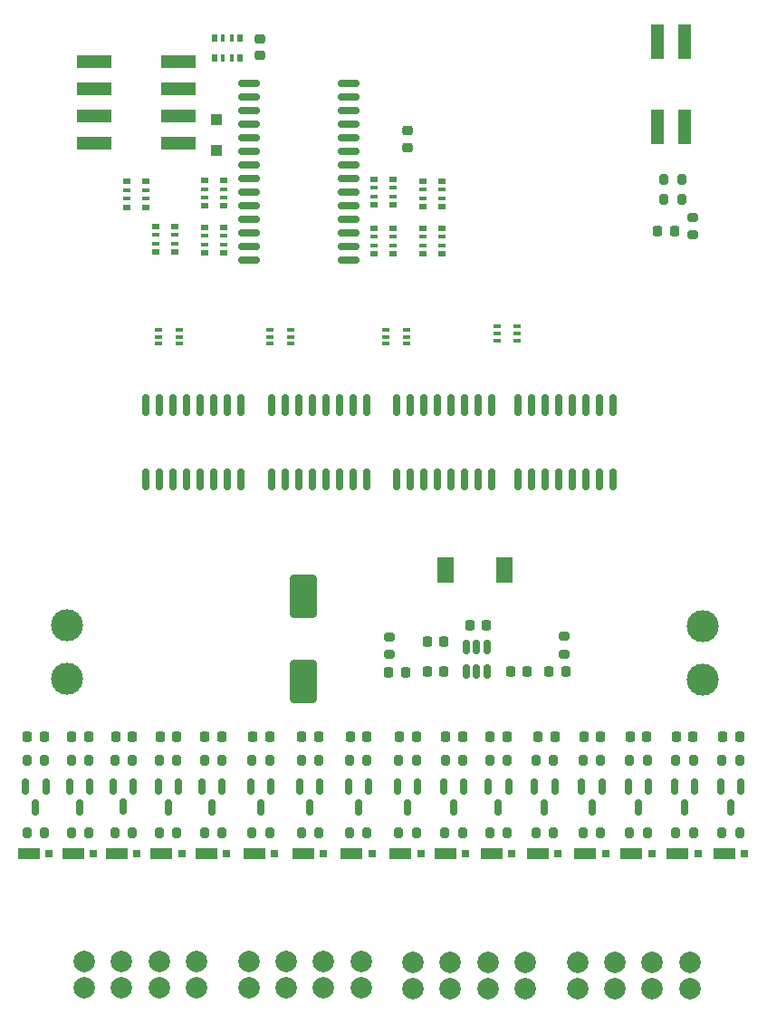
<source format=gtp>
G04 #@! TF.GenerationSoftware,KiCad,Pcbnew,(6.0.9)*
G04 #@! TF.CreationDate,2023-11-09T13:38:07+05:30*
G04 #@! TF.ProjectId,Modular-I2C-4PxRJ45-Relay-Driver,4d6f6475-6c61-4722-9d49-32432d345078,2*
G04 #@! TF.SameCoordinates,Original*
G04 #@! TF.FileFunction,Paste,Top*
G04 #@! TF.FilePolarity,Positive*
%FSLAX46Y46*%
G04 Gerber Fmt 4.6, Leading zero omitted, Abs format (unit mm)*
G04 Created by KiCad (PCBNEW (6.0.9)) date 2023-11-09 13:38:07*
%MOMM*%
%LPD*%
G01*
G04 APERTURE LIST*
G04 Aperture macros list*
%AMRoundRect*
0 Rectangle with rounded corners*
0 $1 Rounding radius*
0 $2 $3 $4 $5 $6 $7 $8 $9 X,Y pos of 4 corners*
0 Add a 4 corners polygon primitive as box body*
4,1,4,$2,$3,$4,$5,$6,$7,$8,$9,$2,$3,0*
0 Add four circle primitives for the rounded corners*
1,1,$1+$1,$2,$3*
1,1,$1+$1,$4,$5*
1,1,$1+$1,$6,$7*
1,1,$1+$1,$8,$9*
0 Add four rect primitives between the rounded corners*
20,1,$1+$1,$2,$3,$4,$5,0*
20,1,$1+$1,$4,$5,$6,$7,0*
20,1,$1+$1,$6,$7,$8,$9,0*
20,1,$1+$1,$8,$9,$2,$3,0*%
G04 Aperture macros list end*
%ADD10RoundRect,0.218750X0.218750X0.256250X-0.218750X0.256250X-0.218750X-0.256250X0.218750X-0.256250X0*%
%ADD11RoundRect,0.200000X-0.200000X-0.275000X0.200000X-0.275000X0.200000X0.275000X-0.200000X0.275000X0*%
%ADD12C,2.000000*%
%ADD13R,2.000000X1.100000*%
%ADD14R,0.800000X0.800000*%
%ADD15RoundRect,0.150000X-0.150000X0.837500X-0.150000X-0.837500X0.150000X-0.837500X0.150000X0.837500X0*%
%ADD16R,0.650000X0.400000*%
%ADD17RoundRect,0.150000X-0.150000X0.587500X-0.150000X-0.587500X0.150000X-0.587500X0.150000X0.587500X0*%
%ADD18C,3.000000*%
%ADD19R,0.800000X0.500000*%
%ADD20R,0.800000X0.400000*%
%ADD21RoundRect,0.200000X-0.275000X0.200000X-0.275000X-0.200000X0.275000X-0.200000X0.275000X0.200000X0*%
%ADD22RoundRect,0.218750X-0.218750X-0.256250X0.218750X-0.256250X0.218750X0.256250X-0.218750X0.256250X0*%
%ADD23RoundRect,0.225000X0.250000X-0.225000X0.250000X0.225000X-0.250000X0.225000X-0.250000X-0.225000X0*%
%ADD24R,0.500000X0.800000*%
%ADD25R,0.400000X0.800000*%
%ADD26RoundRect,0.225000X0.225000X0.250000X-0.225000X0.250000X-0.225000X-0.250000X0.225000X-0.250000X0*%
%ADD27RoundRect,0.200000X0.200000X0.275000X-0.200000X0.275000X-0.200000X-0.275000X0.200000X-0.275000X0*%
%ADD28RoundRect,0.150000X0.150000X-0.512500X0.150000X0.512500X-0.150000X0.512500X-0.150000X-0.512500X0*%
%ADD29RoundRect,0.225000X-0.225000X-0.250000X0.225000X-0.250000X0.225000X0.250000X-0.225000X0.250000X0*%
%ADD30R,1.500000X2.400000*%
%ADD31RoundRect,0.250000X1.000000X-1.750000X1.000000X1.750000X-1.000000X1.750000X-1.000000X-1.750000X0*%
%ADD32RoundRect,0.150000X0.875000X0.150000X-0.875000X0.150000X-0.875000X-0.150000X0.875000X-0.150000X0*%
%ADD33R,1.200000X3.300000*%
%ADD34R,3.300000X1.200000*%
%ADD35RoundRect,0.200000X0.275000X-0.200000X0.275000X0.200000X-0.275000X0.200000X-0.275000X-0.200000X0*%
%ADD36R,1.100000X1.100000*%
%ADD37RoundRect,0.225000X-0.250000X0.225000X-0.250000X-0.225000X0.250000X-0.225000X0.250000X0.225000X0*%
G04 APERTURE END LIST*
D10*
X138836500Y-88519000D03*
X137261500Y-88519000D03*
D11*
X150893000Y-97468400D03*
X152543000Y-97468400D03*
D12*
X121496000Y-109437300D03*
X121496000Y-111937300D03*
X124996000Y-109437300D03*
X124996000Y-111937300D03*
X128496000Y-109437300D03*
X128496000Y-111937300D03*
X131996000Y-109437300D03*
X131996000Y-111937300D03*
D13*
X141982150Y-99441000D03*
D14*
X143882150Y-99441000D03*
D12*
X136888400Y-109437300D03*
X136888400Y-111937300D03*
X140388400Y-109437300D03*
X140388400Y-111937300D03*
X143888400Y-109437300D03*
X143888400Y-111937300D03*
X147388400Y-109437300D03*
X147388400Y-111937300D03*
D13*
X159607000Y-99441000D03*
D14*
X161507000Y-99441000D03*
D15*
X159639000Y-57497500D03*
X158369000Y-57497500D03*
X157099000Y-57497500D03*
X155829000Y-57497500D03*
X154559000Y-57497500D03*
X153289000Y-57497500D03*
X152019000Y-57497500D03*
X150749000Y-57497500D03*
X150749000Y-64422500D03*
X152019000Y-64422500D03*
X153289000Y-64422500D03*
X154559000Y-64422500D03*
X155829000Y-64422500D03*
X157099000Y-64422500D03*
X158369000Y-64422500D03*
X159639000Y-64422500D03*
D10*
X182767300Y-88519000D03*
X181192300Y-88519000D03*
D16*
X128463000Y-50473800D03*
X128463000Y-51123800D03*
X128463000Y-51773800D03*
X130363000Y-51773800D03*
X130363000Y-51123800D03*
X130363000Y-50473800D03*
D15*
X147955000Y-57497500D03*
X146685000Y-57497500D03*
X145415000Y-57497500D03*
X144145000Y-57497500D03*
X142875000Y-57497500D03*
X141605000Y-57497500D03*
X140335000Y-57497500D03*
X139065000Y-57497500D03*
X139065000Y-64422500D03*
X140335000Y-64422500D03*
X141605000Y-64422500D03*
X142875000Y-64422500D03*
X144145000Y-64422500D03*
X145415000Y-64422500D03*
X146685000Y-64422500D03*
X147955000Y-64422500D03*
D13*
X168339300Y-99441000D03*
D14*
X170239300Y-99441000D03*
D10*
X156881800Y-88519000D03*
X155306800Y-88519000D03*
X166547900Y-82397600D03*
X164972900Y-82397600D03*
D11*
X146313500Y-90721700D03*
X147963500Y-90721700D03*
D17*
X130308500Y-93169500D03*
X128408500Y-93169500D03*
X129358500Y-95044500D03*
D16*
X160086000Y-50150000D03*
X160086000Y-50800000D03*
X160086000Y-51450000D03*
X161986000Y-51450000D03*
X161986000Y-50800000D03*
X161986000Y-50150000D03*
D11*
X128533500Y-97468400D03*
X130183500Y-97468400D03*
D10*
X134357000Y-88519000D03*
X132782000Y-88519000D03*
D11*
X159409500Y-97468400D03*
X161059500Y-97468400D03*
D10*
X147946000Y-88519000D03*
X146371000Y-88519000D03*
D11*
X159417000Y-90721700D03*
X161067000Y-90721700D03*
D17*
X126117500Y-93155262D03*
X124217500Y-93155262D03*
X125167500Y-95030262D03*
X169916800Y-93169500D03*
X168016800Y-93169500D03*
X168966800Y-95044500D03*
D10*
X169781800Y-88519000D03*
X168206800Y-88519000D03*
X178441000Y-88519000D03*
X176866000Y-88519000D03*
D18*
X179367900Y-83133800D03*
X179367900Y-78135800D03*
D19*
X128182800Y-40811600D03*
D20*
X128182800Y-41611600D03*
X128182800Y-42411600D03*
D19*
X128182800Y-43211600D03*
X129982800Y-43211600D03*
D20*
X129982800Y-42411600D03*
X129982800Y-41611600D03*
D19*
X129982800Y-40811600D03*
D21*
X166420800Y-79083400D03*
X166420800Y-80733400D03*
D22*
X149986900Y-82448400D03*
X151561900Y-82448400D03*
D23*
X137922000Y-24847800D03*
X137922000Y-23297800D03*
D24*
X136074000Y-23230000D03*
D25*
X135274000Y-23230000D03*
X134474000Y-23230000D03*
D24*
X133674000Y-23230000D03*
X133674000Y-25030000D03*
D25*
X134474000Y-25030000D03*
X135274000Y-25030000D03*
D24*
X136074000Y-25030000D03*
D13*
X172680500Y-99441000D03*
D14*
X174580500Y-99441000D03*
D26*
X162928600Y-82397600D03*
X161378600Y-82397600D03*
D27*
X177348350Y-36396300D03*
X175698350Y-36396300D03*
D11*
X155249300Y-90721700D03*
X156899300Y-90721700D03*
D10*
X143408500Y-88519000D03*
X141833500Y-88519000D03*
D19*
X125490400Y-36595200D03*
D20*
X125490400Y-37395200D03*
X125490400Y-38195200D03*
D19*
X125490400Y-38995200D03*
X127290400Y-38995200D03*
D20*
X127290400Y-38195200D03*
X127290400Y-37395200D03*
D19*
X127290400Y-36595200D03*
D28*
X157241200Y-82404500D03*
X158191200Y-82404500D03*
X159141200Y-82404500D03*
X159141200Y-80129500D03*
X158191200Y-80129500D03*
X157241200Y-80129500D03*
D13*
X124540000Y-99441000D03*
D14*
X126440000Y-99441000D03*
D11*
X155241800Y-97468400D03*
X156891800Y-97468400D03*
D29*
X153606200Y-79616000D03*
X155156200Y-79616000D03*
X153593200Y-82410000D03*
X155143200Y-82410000D03*
D11*
X124342500Y-90721700D03*
X125992500Y-90721700D03*
D16*
X149731350Y-50458800D03*
X149731350Y-51108800D03*
X149731350Y-51758800D03*
X151631350Y-51758800D03*
X151631350Y-51108800D03*
X151631350Y-50458800D03*
D11*
X137210500Y-97468400D03*
X138860500Y-97468400D03*
D10*
X126009500Y-88519000D03*
X124434500Y-88519000D03*
D19*
X132754800Y-36502800D03*
D20*
X132754800Y-37302800D03*
X132754800Y-38102800D03*
D19*
X132754800Y-38902800D03*
X134554800Y-38902800D03*
D20*
X134554800Y-38102800D03*
X134554800Y-37302800D03*
D19*
X134554800Y-36502800D03*
D15*
X136144000Y-57497500D03*
X134874000Y-57497500D03*
X133604000Y-57497500D03*
X132334000Y-57497500D03*
X131064000Y-57497500D03*
X129794000Y-57497500D03*
X128524000Y-57497500D03*
X127254000Y-57497500D03*
X127254000Y-64422500D03*
X128524000Y-64422500D03*
X129794000Y-64422500D03*
X131064000Y-64422500D03*
X132334000Y-64422500D03*
X133604000Y-64422500D03*
X134874000Y-64422500D03*
X136144000Y-64422500D03*
D17*
X148088500Y-93169500D03*
X146188500Y-93169500D03*
X147138500Y-95044500D03*
D11*
X116142000Y-90721700D03*
X117792000Y-90721700D03*
X124342500Y-97468400D03*
X125992500Y-97468400D03*
D10*
X161049500Y-88519000D03*
X159474500Y-88519000D03*
X174123000Y-88519000D03*
X172548000Y-88519000D03*
D30*
X160801200Y-72885000D03*
X155301200Y-72885000D03*
D11*
X128533500Y-90721700D03*
X130183500Y-90721700D03*
X141784650Y-97468400D03*
X143434650Y-97468400D03*
D13*
X132922000Y-99441000D03*
D14*
X134822000Y-99441000D03*
D10*
X121911000Y-88519000D03*
X120336000Y-88519000D03*
D11*
X176808500Y-90721700D03*
X178458500Y-90721700D03*
X181127300Y-97468400D03*
X182777300Y-97468400D03*
D31*
X141986000Y-83349600D03*
X141986000Y-75349600D03*
D19*
X150379000Y-38792000D03*
D20*
X150379000Y-37992000D03*
X150379000Y-37192000D03*
D19*
X150379000Y-36392000D03*
X148579000Y-36392000D03*
D20*
X148579000Y-37192000D03*
X148579000Y-37992000D03*
D19*
X148579000Y-38792000D03*
D11*
X132724500Y-97468400D03*
X134374500Y-97468400D03*
X146313500Y-97468400D03*
X147963500Y-97468400D03*
X137210500Y-90721700D03*
X138860500Y-90721700D03*
D27*
X177348350Y-38301300D03*
X175698350Y-38301300D03*
D10*
X152552500Y-88519000D03*
X150977500Y-88519000D03*
D17*
X178576000Y-93169500D03*
X176676000Y-93169500D03*
X177626000Y-95044500D03*
D10*
X117774500Y-88519000D03*
X116199500Y-88519000D03*
X176682500Y-41275000D03*
X175107500Y-41275000D03*
D11*
X163720000Y-97468400D03*
X165370000Y-97468400D03*
X168141800Y-97468400D03*
X169791800Y-97468400D03*
X172490500Y-90721700D03*
X174140500Y-90721700D03*
D13*
X146511000Y-99441000D03*
D14*
X148411000Y-99441000D03*
D11*
X163727500Y-90721700D03*
X165377500Y-90721700D03*
D19*
X154976400Y-38944400D03*
D20*
X154976400Y-38144400D03*
X154976400Y-37344400D03*
D19*
X154976400Y-36544400D03*
X153176400Y-36544400D03*
D20*
X153176400Y-37344400D03*
X153176400Y-38144400D03*
D19*
X153176400Y-38944400D03*
D13*
X176998500Y-99441000D03*
D14*
X178898500Y-99441000D03*
D13*
X155290500Y-99441000D03*
D14*
X157190500Y-99441000D03*
D17*
X143559650Y-93169500D03*
X141659650Y-93169500D03*
X142609650Y-95044500D03*
D13*
X120476000Y-99441000D03*
D14*
X122376000Y-99441000D03*
D11*
X181134800Y-90721700D03*
X182784800Y-90721700D03*
D17*
X161184500Y-93169500D03*
X159284500Y-93169500D03*
X160234500Y-95044500D03*
D32*
X146255000Y-43942000D03*
X146255000Y-42672000D03*
X146255000Y-41402000D03*
X146255000Y-40132000D03*
X146255000Y-38862000D03*
X146255000Y-37592000D03*
X146255000Y-36322000D03*
X146255000Y-35052000D03*
X146255000Y-33782000D03*
X146255000Y-32512000D03*
X146255000Y-31242000D03*
X146255000Y-29972000D03*
X146255000Y-28702000D03*
X146255000Y-27432000D03*
X136955000Y-27432000D03*
X136955000Y-28702000D03*
X136955000Y-29972000D03*
X136955000Y-31242000D03*
X136955000Y-32512000D03*
X136955000Y-33782000D03*
X136955000Y-35052000D03*
X136955000Y-36322000D03*
X136955000Y-37592000D03*
X136955000Y-38862000D03*
X136955000Y-40132000D03*
X136955000Y-41402000D03*
X136955000Y-42672000D03*
X136955000Y-43942000D03*
D13*
X128731000Y-99441000D03*
D14*
X130631000Y-99441000D03*
D11*
X141784650Y-90721700D03*
X143434650Y-90721700D03*
X150900500Y-90721700D03*
X152550500Y-90721700D03*
D17*
X157016800Y-93169500D03*
X155116800Y-93169500D03*
X156066800Y-95044500D03*
D19*
X154976400Y-43364000D03*
D20*
X154976400Y-42564000D03*
X154976400Y-41764000D03*
D19*
X154976400Y-40964000D03*
X153176400Y-40964000D03*
D20*
X153176400Y-41764000D03*
X153176400Y-42564000D03*
D19*
X153176400Y-43364000D03*
D12*
X167622400Y-109538900D03*
X167622400Y-112038900D03*
X171122400Y-109538900D03*
X171122400Y-112038900D03*
X174622400Y-109538900D03*
X174622400Y-112038900D03*
X178122400Y-109538900D03*
X178122400Y-112038900D03*
X152230000Y-109538900D03*
X152230000Y-112038900D03*
X155730000Y-109538900D03*
X155730000Y-112038900D03*
X159230000Y-109538900D03*
X159230000Y-112038900D03*
X162730000Y-109538900D03*
X162730000Y-112038900D03*
D19*
X150379000Y-43364000D03*
D20*
X150379000Y-42564000D03*
X150379000Y-41764000D03*
D19*
X150379000Y-40964000D03*
X148579000Y-40964000D03*
D20*
X148579000Y-41764000D03*
X148579000Y-42564000D03*
D19*
X148579000Y-43364000D03*
D17*
X122053500Y-93169500D03*
X120153500Y-93169500D03*
X121103500Y-95044500D03*
X152668000Y-93169500D03*
X150768000Y-93169500D03*
X151718000Y-95044500D03*
X138985500Y-93169500D03*
X137085500Y-93169500D03*
X138035500Y-95044500D03*
D11*
X132724500Y-90721700D03*
X134374500Y-90721700D03*
X116142000Y-97468400D03*
X117792000Y-97468400D03*
D18*
X119938800Y-78069800D03*
X119938800Y-83067800D03*
D11*
X120278500Y-90721700D03*
X121928500Y-90721700D03*
D33*
X175133000Y-31456300D03*
X177673000Y-31456300D03*
X177673000Y-23556300D03*
X175133000Y-23556300D03*
D15*
X170942000Y-57497500D03*
X169672000Y-57497500D03*
X168402000Y-57497500D03*
X167132000Y-57497500D03*
X165862000Y-57497500D03*
X164592000Y-57497500D03*
X163322000Y-57497500D03*
X162052000Y-57497500D03*
X162052000Y-64422500D03*
X163322000Y-64422500D03*
X164592000Y-64422500D03*
X165862000Y-64422500D03*
X167132000Y-64422500D03*
X168402000Y-64422500D03*
X169672000Y-64422500D03*
X170942000Y-64422500D03*
D19*
X132754800Y-40862400D03*
D20*
X132754800Y-41662400D03*
X132754800Y-42462400D03*
D19*
X132754800Y-43262400D03*
X134554800Y-43262400D03*
D20*
X134554800Y-42462400D03*
X134554800Y-41662400D03*
D19*
X134554800Y-40862400D03*
D17*
X165495000Y-93169500D03*
X163595000Y-93169500D03*
X164545000Y-95044500D03*
D34*
X122415000Y-25400000D03*
X122415000Y-27940000D03*
X122415000Y-30480000D03*
X122415000Y-33020000D03*
X130315000Y-33020000D03*
X130315000Y-30480000D03*
X130315000Y-27940000D03*
X130315000Y-25400000D03*
D13*
X151090500Y-99441000D03*
D14*
X152990500Y-99441000D03*
D13*
X137408000Y-99441000D03*
D14*
X139308000Y-99441000D03*
D26*
X159093200Y-78092000D03*
X157543200Y-78092000D03*
D17*
X134372500Y-93169500D03*
X132472500Y-93169500D03*
X133422500Y-95044500D03*
D35*
X178435000Y-41592000D03*
X178435000Y-39942000D03*
D11*
X168149300Y-90721700D03*
X169799300Y-90721700D03*
D10*
X165506500Y-88519000D03*
X163931500Y-88519000D03*
D17*
X117917000Y-93169500D03*
X116017000Y-93169500D03*
X116967000Y-95044500D03*
D36*
X133858000Y-33658000D03*
X133858000Y-30858000D03*
D37*
X151765000Y-31864000D03*
X151765000Y-33414000D03*
D10*
X130166000Y-88519000D03*
X128591000Y-88519000D03*
D21*
X150063200Y-79134200D03*
X150063200Y-80784200D03*
D11*
X176801000Y-97468400D03*
X178451000Y-97468400D03*
D17*
X182902300Y-93169500D03*
X181002300Y-93169500D03*
X181952300Y-95044500D03*
D13*
X116339500Y-99441000D03*
D14*
X118239500Y-99441000D03*
D11*
X120278500Y-97468400D03*
X121928500Y-97468400D03*
X172483000Y-97468400D03*
X174133000Y-97468400D03*
D13*
X181324800Y-99441000D03*
D14*
X183224800Y-99441000D03*
D13*
X163917500Y-99441000D03*
D14*
X165817500Y-99441000D03*
D16*
X138870350Y-50473800D03*
X138870350Y-51123800D03*
X138870350Y-51773800D03*
X140770350Y-51773800D03*
X140770350Y-51123800D03*
X140770350Y-50473800D03*
D17*
X174258000Y-93169500D03*
X172358000Y-93169500D03*
X173308000Y-95044500D03*
M02*

</source>
